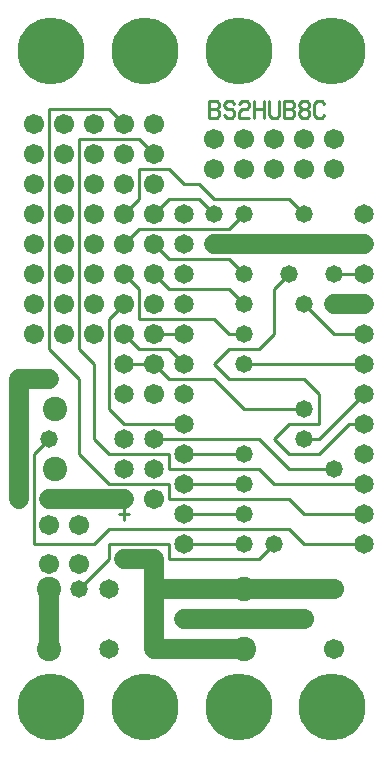
<source format=gtl>
%MOIN*%
%FSLAX25Y25*%
G04 D10 used for Character Trace; *
G04     Circle (OD=.01000) (No hole)*
G04 D11 used for Power Trace; *
G04     Circle (OD=.06700) (No hole)*
G04 D12 used for Signal Trace; *
G04     Circle (OD=.01100) (No hole)*
G04 D13 used for Via; *
G04     Circle (OD=.05800) (Round. Hole ID=.02800)*
G04 D14 used for Component hole; *
G04     Circle (OD=.06500) (Round. Hole ID=.03500)*
G04 D15 used for Component hole; *
G04     Circle (OD=.06700) (Round. Hole ID=.04300)*
G04 D16 used for Component hole; *
G04     Circle (OD=.08100) (Round. Hole ID=.05100)*
G04 D17 used for Component hole; *
G04     Circle (OD=.08900) (Round. Hole ID=.05900)*
G04 D18 used for Component hole; *
G04     Circle (OD=.11300) (Round. Hole ID=.08300)*
G04 D19 used for Component hole; *
G04     Circle (OD=.16000) (Round. Hole ID=.13000)*
G04 D20 used for Component hole; *
G04     Circle (OD=.18300) (Round. Hole ID=.15300)*
G04 D21 used for Component hole; *
G04     Circle (OD=.22291) (Round. Hole ID=.19291)*
%ADD10C,.01000*%
%ADD11C,.06700*%
%ADD12C,.01100*%
%ADD13C,.05800*%
%ADD14C,.06500*%
%ADD15C,.06700*%
%ADD16C,.08100*%
%ADD17C,.08900*%
%ADD18C,.11300*%
%ADD19C,.16000*%
%ADD20C,.18300*%
%ADD21C,.22291*%
%IPPOS*%
%LPD*%
G90*X0Y0D02*D21*X15625Y15625D03*D14*              
X35000Y35000D03*D16*X15000D03*D11*Y55000D01*D16*  
D03*D15*X25000Y63500D03*D13*Y55000D03*D12*        
X35000Y65000D01*Y70000D01*X55000D01*Y65000D01*    
X85000D01*X90000Y70000D01*D13*D03*D12*X100000D02* 
X95000Y75000D01*X100000Y70000D02*X120000D01*D14*  
D03*Y80000D03*D12*X100000D01*X95000Y85000D01*     
X55000D01*Y90000D01*X35000D01*X25000Y100000D01*   
Y125000D01*X15000Y135000D01*Y215000D01*X35000D01* 
X40000Y210000D01*D15*D03*D12*X50000Y200000D02*    
X45000Y205000D01*D15*X50000Y200000D03*D12*        
X60000Y190000D02*X55000Y195000D01*                
X60000Y190000D02*X65000D01*X70000Y185000D01*      
X95000D01*X100000Y180000D01*D13*D03*              
X110000Y170000D03*D11*X70000D01*D13*D03*D12*      
X80000Y160000D02*X75000Y165000D01*D13*            
X80000Y160000D03*D12*X55000Y165000D02*X75000D01*  
X55000D02*X50000Y170000D01*D15*D03*D12*X40000D02* 
X45000Y175000D01*D15*X40000Y170000D03*D12*        
X45000Y175000D02*X75000D01*X80000Y180000D01*D13*  
D03*X70000D03*D12*X65000Y185000D01*X55000D01*     
X50000Y180000D01*D15*D03*D12*X40000D02*           
X45000Y185000D01*D15*X40000Y180000D03*D12*        
X45000Y185000D02*Y195000D01*X55000D01*D15*        
X50000Y190000D03*D12*X25000Y205000D02*X45000D01*  
X25000Y135000D02*Y205000D01*X30000Y130000D02*     
X25000Y135000D01*X30000Y105000D02*Y130000D01*     
X35000Y100000D02*X30000Y105000D01*                
X35000Y100000D02*X55000D01*Y95000D01*X85000D01*   
X90000Y90000D01*X120000D01*D14*D03*D13*           
X110000Y95000D03*D12*X95000D01*X85000Y105000D01*  
X50000D01*D14*D03*X40000Y95000D03*                
X60000Y100000D03*D12*X80000D01*D13*D03*Y90000D03* 
D12*X60000D01*D14*D03*X50000Y95000D03*            
X60000Y80000D03*D12*X80000D01*D13*D03*Y70000D03*  
D12*X60000D01*D14*D03*D11*X50000Y55000D02*        
Y65000D01*Y45000D02*Y55000D01*D15*Y45000D03*D11*  
Y35000D01*X80000D01*D16*D03*D13*X60000Y45000D03*  
D11*X100000D01*D15*D03*X110000Y35000D03*Y55000D03*
D11*X80000D01*D16*D03*D11*X50000D01*D14*          
X40000Y65000D03*D11*X50000D01*D12*X30000Y70000D02*
X35000Y75000D01*X10000Y70000D02*X30000D01*        
X10000D02*Y100000D01*X15000Y105000D01*D13*D03*D16*
X17000Y115000D03*Y95000D03*D13*X5000Y85000D03*D11*
Y125000D01*X15000D01*D13*D03*D15*X30000Y140000D03*
X20000D03*X10000D03*D12*X35000Y115000D02*         
Y145000D01*X40000Y110000D02*X35000Y115000D01*     
X40000Y110000D02*X60000D01*D14*D03*D15*           
X50000Y120000D03*D14*X60000D03*D12*               
X75000Y125000D02*X100000D01*X105000Y120000D01*    
Y110000D01*X95000D01*X90000Y105000D01*            
X95000Y100000D01*X105000D01*X115000Y110000D01*    
X120000D01*D14*D03*Y120000D03*D12*                
X105000Y105000D01*X100000D01*D13*D03*Y115000D03*  
D12*X80000D01*X70000Y125000D01*X55000D01*         
X50000Y130000D01*D15*D03*D12*X40000D01*D14*D03*   
D12*X45000Y135000D02*X55000D01*X60000Y130000D01*  
D14*D03*D15*X50000Y140000D03*D12*X60000D01*D14*   
D03*D12*X75000Y125000D02*X70000Y130000D01*D13*    
X80000D03*D12*X120000D01*D14*D03*D12*             
X110000Y140000D02*X120000D01*D14*D03*D13*         
X110000Y150000D03*D11*X120000D01*D14*D03*D13*     
X110000Y160000D03*D12*X120000D01*D14*D03*D11*     
X110000Y170000D02*X120000D01*D14*D03*Y180000D03*  
D13*X100000Y150000D03*D12*X110000Y140000D01*      
X90000D02*Y155000D01*X85000Y135000D02*            
X90000Y140000D01*X75000Y135000D02*X85000D01*      
X70000Y130000D02*X75000Y135000D01*D13*            
X80000Y140000D03*D12*X75000D01*X70000Y145000D01*  
X45000D01*Y155000D01*X40000Y160000D01*D15*D03*    
X50000Y150000D03*X30000Y170000D03*Y150000D03*     
X50000Y160000D03*D12*X55000Y155000D01*X75000D01*  
X80000Y150000D01*D13*D03*D12*X90000Y155000D02*    
X95000Y160000D01*D13*D03*D14*X60000Y180000D03*D15*
X110000Y195000D03*D14*X60000Y170000D03*D15*       
X100000Y195000D03*D14*X60000Y160000D03*D15*       
X90000Y195000D03*D14*X60000Y150000D03*D15*        
X80000Y195000D03*X70000D03*X110000Y205000D03*     
X100000D03*X90000D03*X80000D03*X70000D03*D12*     
X45000Y135000D02*X40000Y140000D01*D15*D03*D12*    
X35000Y145000D02*X40000Y150000D01*D15*D03*        
X30000Y160000D03*X20000Y170000D03*Y160000D03*     
Y150000D03*X10000Y180000D03*Y170000D03*Y160000D03*
Y150000D03*D14*X40000Y120000D03*D15*              
X30000Y180000D03*X20000D03*X40000Y190000D03*      
X30000D03*X20000D03*X10000D03*D14*                
X40000Y105000D03*D15*Y200000D03*X30000D03*        
X20000D03*X10000D03*X50000Y210000D03*X30000D03*   
X20000D03*X10000D03*D10*X68326Y212129D02*         
Y217871D01*X70837D01*X71674Y216914D01*Y215957D01* 
X70837Y215000D01*X71674Y214043D01*Y213086D01*     
X70837Y212129D01*X68326D01*Y215000D02*X70837D01*  
X76674Y216914D02*X75837Y217871D01*X74163D01*      
X73326Y216914D01*Y215957D01*X74163Y215000D01*     
X75837D01*X76674Y214043D01*Y213086D01*            
X75837Y212129D01*X74163D01*X73326Y213086D01*      
X78326Y216914D02*X79163Y217871D01*X80837D01*      
X81674Y216914D01*Y215957D01*X80837Y215000D01*     
X79163D01*X78326Y214043D01*Y212129D01*X81674D01*  
X83326D02*Y217871D01*X86674Y212129D02*Y217871D01* 
X83326Y215000D02*X86674D01*X91674Y217871D02*      
Y213086D01*X90837Y212129D01*X89163D01*            
X88326Y213086D01*Y217871D01*X93326Y212129D02*     
Y217871D01*X95837D01*X96674Y216914D01*Y215957D01* 
X95837Y215000D01*X96674Y214043D01*Y213086D01*     
X95837Y212129D01*X93326D01*Y215000D02*X95837D01*  
X99163D02*X98326Y215957D01*Y216914D01*            
X99163Y217871D01*X100837D01*X101674Y216914D01*    
Y215957D01*X100837Y215000D01*X99163D01*           
X98326Y214043D01*Y213086D01*X99163Y212129D01*     
X100837D01*X101674Y213086D01*Y214043D01*          
X100837Y215000D01*X106674Y213086D02*              
X105837Y212129D01*X104163D01*X103326Y213086D01*   
Y216914D01*X104163Y217871D01*X105837D01*          
X106674Y216914D01*D13*X15000Y85000D03*D11*        
X40000D01*D14*D03*D10*X38326Y80000D02*X41674D01*  
X40000Y81914D02*Y78086D01*D12*X35000Y75000D02*    
X95000D01*D14*X120000Y100000D03*D15*              
X50000Y85000D03*D21*X46875Y15625D03*X78125D03*    
X109375D03*D14*X35000Y55000D03*D15*               
X25000Y76500D03*X15000D03*Y63500D03*D21*          
X109375Y234375D03*X78125D03*X46875D03*X15625D03*  
M02*                                              

</source>
